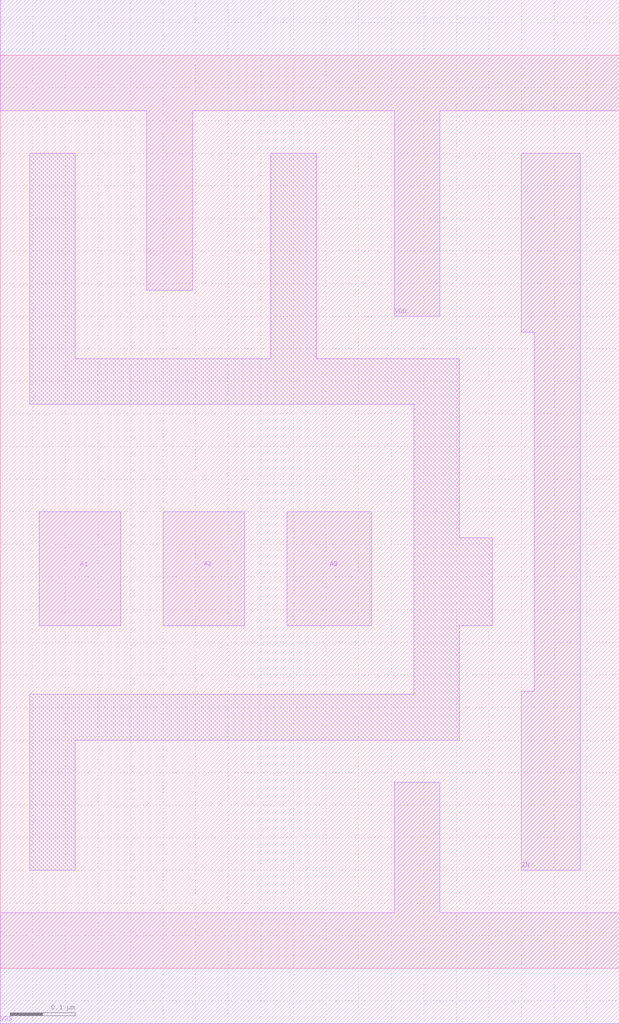
<source format=lef>
# 
# ******************************************************************************
# *                                                                            *
# *                   Copyright (C) 2004-2010, Nangate Inc.                    *
# *                           All rights reserved.                             *
# *                                                                            *
# * Nangate and the Nangate logo are trademarks of Nangate Inc.                *
# *                                                                            *
# * All trademarks, logos, software marks, and trade names (collectively the   *
# * "Marks") in this program are proprietary to Nangate or other respective    *
# * owners that have granted Nangate the right and license to use such Marks.  *
# * You are not permitted to use the Marks without the prior written consent   *
# * of Nangate or such third party that may own the Marks.                     *
# *                                                                            *
# * This file has been provided pursuant to a License Agreement containing     *
# * restrictions on its use. This file contains valuable trade secrets and     *
# * proprietary information of Nangate Inc., and is protected by U.S. and      *
# * international laws and/or treaties.                                        *
# *                                                                            *
# * The copyright notice(s) in this file does not indicate actual or intended  *
# * publication of this file.                                                  *
# *                                                                            *
# *     NGLibraryCreator, v2010.08-HR32-SP3-2010-08-05 - build 1009061800      *
# *                                                                            *
# ******************************************************************************
# 
# 
# Running on brazil06.nangate.com.br for user Giancarlo Franciscatto (gfr).
# Local time is now Fri, 3 Dec 2010, 19:32:18.
# Main process id is 27821.

VERSION 5.6 ;
BUSBITCHARS "[]" ;
DIVIDERCHAR "/" ;

MACRO AND3_X1
  CLASS core ;
  FOREIGN AND3_X1 0.0 0.0 ;
  ORIGIN 0 0 ;
  SYMMETRY X Y ;
  SITE FreePDK45_38x28_10R_NP_162NW_34O ;
  SIZE 0.95 BY 1.4 ;
  PIN A1
    DIRECTION INPUT ;
    ANTENNAPARTIALMETALAREA 0.021875 LAYER metal1 ;
    ANTENNAPARTIALMETALSIDEAREA 0.078 LAYER metal1 ;
    ANTENNAGATEAREA 0.02625 ;
    PORT
      LAYER metal1 ;
        POLYGON 0.06 0.525 0.185 0.525 0.185 0.7 0.06 0.7  ;
    END
  END A1
  PIN A2
    DIRECTION INPUT ;
    ANTENNAPARTIALMETALAREA 0.021875 LAYER metal1 ;
    ANTENNAPARTIALMETALSIDEAREA 0.078 LAYER metal1 ;
    ANTENNAGATEAREA 0.02625 ;
    PORT
      LAYER metal1 ;
        POLYGON 0.25 0.525 0.375 0.525 0.375 0.7 0.25 0.7  ;
    END
  END A2
  PIN A3
    DIRECTION INPUT ;
    ANTENNAPARTIALMETALAREA 0.02275 LAYER metal1 ;
    ANTENNAPARTIALMETALSIDEAREA 0.0793 LAYER metal1 ;
    ANTENNAGATEAREA 0.02625 ;
    PORT
      LAYER metal1 ;
        POLYGON 0.44 0.525 0.57 0.525 0.57 0.7 0.44 0.7  ;
    END
  END A3
  PIN ZN
    DIRECTION OUTPUT ;
    ANTENNAPARTIALMETALAREA 0.088 LAYER metal1 ;
    ANTENNAPARTIALMETALSIDEAREA 0.3146 LAYER metal1 ;
    ANTENNADIFFAREA 0.109725 ;
    PORT
      LAYER metal1 ;
        POLYGON 0.8 0.975 0.82 0.975 0.82 0.425 0.8 0.425 0.8 0.15 0.89 0.15 0.89 1.25 0.8 1.25  ;
    END
  END ZN
  PIN VDD
    DIRECTION INOUT ;
    USE power ;
    SHAPE ABUTMENT ;
    PORT
      LAYER metal1 ;
        POLYGON 0 1.315 0.225 1.315 0.225 1.04 0.295 1.04 0.295 1.315 0.605 1.315 0.605 1 0.675 1 0.675 1.315 0.755 1.315 0.95 1.315 0.95 1.485 0.755 1.485 0 1.485  ;
    END
  END VDD
  PIN VSS
    DIRECTION INOUT ;
    USE ground ;
    SHAPE ABUTMENT ;
    PORT
      LAYER metal1 ;
        POLYGON 0 -0.085 0.95 -0.085 0.95 0.085 0.675 0.085 0.675 0.285 0.605 0.285 0.605 0.085 0 0.085  ;
    END
  END VSS
  OBS
      LAYER metal1 ;
        POLYGON 0.045 0.865 0.635 0.865 0.635 0.42 0.045 0.42 0.045 0.15 0.115 0.15 0.115 0.35 0.705 0.35 0.705 0.525 0.755 0.525 0.755 0.66 0.705 0.66 0.705 0.935 0.485 0.935 0.485 1.25 0.415 1.25 0.415 0.935 0.115 0.935 0.115 1.25 0.045 1.25  ;
  END
END AND3_X1

END LIBRARY
#
# End of file
#

</source>
